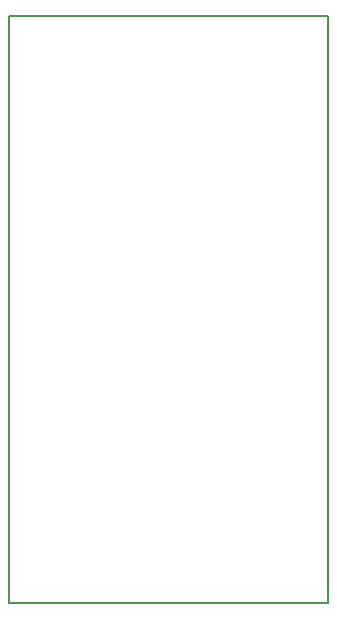
<source format=gm1>
G04 MADE WITH FRITZING*
G04 WWW.FRITZING.ORG*
G04 SINGLE SIDED*
G04 HOLES NOT PLATED*
G04 CONTOUR ON CENTER OF CONTOUR VECTOR*
%ASAXBY*%
%FSLAX23Y23*%
%MOIN*%
%OFA0B0*%
%SFA1.0B1.0*%
%ADD10R,1.070150X1.965060*%
%ADD11C,0.008000*%
%ADD10C,0.008*%
%LNCONTOUR*%
G90*
G70*
G54D10*
G54D11*
X4Y1961D02*
X1066Y1961D01*
X1066Y4D01*
X4Y4D01*
X4Y1961D01*
D02*
G04 End of contour*
M02*
</source>
